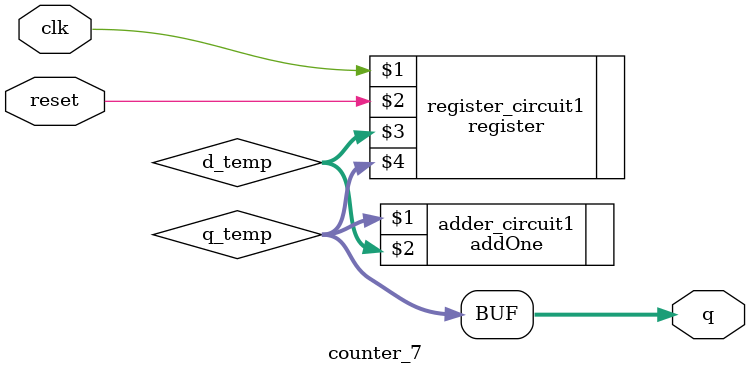
<source format=v>
module counter_7
(
    input wire clk,
    input wire reset,
    output wire [6:0] q
);

wire [6:0] d_temp, q_temp;
register register_circuit1(clk,reset,d_temp,q_temp);
addOne adder_circuit1(q_temp,d_temp);
assign q=q_temp;

endmodule
</source>
